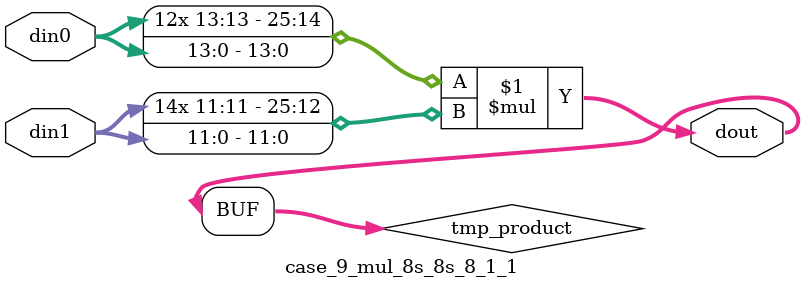
<source format=v>

`timescale 1 ns / 1 ps

 module case_9_mul_8s_8s_8_1_1(din0, din1, dout);
parameter ID = 1;
parameter NUM_STAGE = 0;
parameter din0_WIDTH = 14;
parameter din1_WIDTH = 12;
parameter dout_WIDTH = 26;

input [din0_WIDTH - 1 : 0] din0; 
input [din1_WIDTH - 1 : 0] din1; 
output [dout_WIDTH - 1 : 0] dout;

wire signed [dout_WIDTH - 1 : 0] tmp_product;



























assign tmp_product = $signed(din0) * $signed(din1);








assign dout = tmp_product;





















endmodule

</source>
